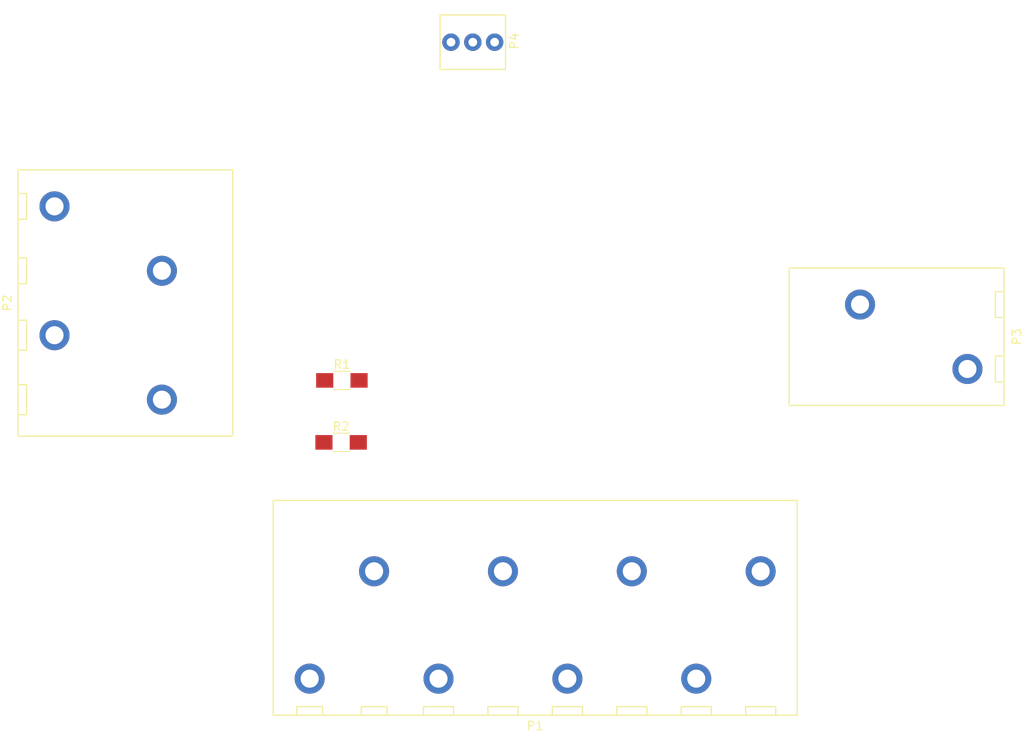
<source format=kicad_pcb>
(kicad_pcb (version 4) (host pcbnew 4.0.3-stable)

  (general
    (links 16)
    (no_connects 16)
    (area 123.804999 85.131 260.285001 141.875)
    (thickness 1.6)
    (drawings 0)
    (tracks 0)
    (zones 0)
    (modules 6)
    (nets 6)
  )

  (page A4)
  (layers
    (0 F.Cu signal)
    (31 B.Cu signal)
    (32 B.Adhes user)
    (33 F.Adhes user)
    (34 B.Paste user)
    (35 F.Paste user)
    (36 B.SilkS user)
    (37 F.SilkS user)
    (38 B.Mask user)
    (39 F.Mask user)
    (40 Dwgs.User user)
    (41 Cmts.User user)
    (42 Eco1.User user)
    (43 Eco2.User user)
    (44 Edge.Cuts user)
    (45 Margin user)
    (46 B.CrtYd user)
    (47 F.CrtYd user)
    (48 B.Fab user)
    (49 F.Fab user)
  )

  (setup
    (last_trace_width 0.25)
    (trace_clearance 0.2)
    (zone_clearance 0.508)
    (zone_45_only no)
    (trace_min 0.2)
    (segment_width 0.2)
    (edge_width 0.15)
    (via_size 0.6)
    (via_drill 0.4)
    (via_min_size 0.4)
    (via_min_drill 0.3)
    (uvia_size 0.3)
    (uvia_drill 0.1)
    (uvias_allowed no)
    (uvia_min_size 0.2)
    (uvia_min_drill 0.1)
    (pcb_text_width 0.3)
    (pcb_text_size 1.5 1.5)
    (mod_edge_width 0.15)
    (mod_text_size 1 1)
    (mod_text_width 0.15)
    (pad_size 1.524 1.524)
    (pad_drill 0.762)
    (pad_to_mask_clearance 0.2)
    (aux_axis_origin 0 0)
    (visible_elements FFFFFF7F)
    (pcbplotparams
      (layerselection 0x00030_80000001)
      (usegerberextensions false)
      (excludeedgelayer true)
      (linewidth 0.100000)
      (plotframeref false)
      (viasonmask false)
      (mode 1)
      (useauxorigin false)
      (hpglpennumber 1)
      (hpglpenspeed 20)
      (hpglpendiameter 15)
      (hpglpenoverlay 2)
      (psnegative false)
      (psa4output false)
      (plotreference true)
      (plotvalue true)
      (plotinvisibletext false)
      (padsonsilk false)
      (subtractmaskfromsilk false)
      (outputformat 1)
      (mirror false)
      (drillshape 1)
      (scaleselection 1)
      (outputdirectory ""))
  )

  (net 0 "")
  (net 1 +12V)
  (net 2 "Net-(D1-Pad2)")
  (net 3 +5V)
  (net 4 "Net-(D2-Pad2)")
  (net 5 GND)

  (net_class Default "This is the default net class."
    (clearance 0.2)
    (trace_width 0.25)
    (via_dia 0.6)
    (via_drill 0.4)
    (uvia_dia 0.3)
    (uvia_drill 0.1)
    (add_net +12V)
    (add_net +5V)
    (add_net GND)
    (add_net "Net-(D1-Pad2)")
    (add_net "Net-(D2-Pad2)")
  )

  (module Resistors_SMD:R_1206_HandSoldering (layer F.Cu) (tedit 58AADA36) (tstamp 58BB44C4)
    (at 148.59 97.79)
    (descr "Resistor SMD 1206, hand soldering")
    (tags "resistor 1206")
    (path /58BB4B65)
    (attr smd)
    (fp_text reference R1 (at 0 -1.85) (layer F.SilkS)
      (effects (font (size 1 1) (thickness 0.15)))
    )
    (fp_text value R (at 0 1.9) (layer F.Fab)
      (effects (font (size 1 1) (thickness 0.15)))
    )
    (fp_text user %R (at 0 -1.85) (layer F.Fab)
      (effects (font (size 1 1) (thickness 0.15)))
    )
    (fp_line (start -1.6 0.8) (end -1.6 -0.8) (layer F.Fab) (width 0.1))
    (fp_line (start 1.6 0.8) (end -1.6 0.8) (layer F.Fab) (width 0.1))
    (fp_line (start 1.6 -0.8) (end 1.6 0.8) (layer F.Fab) (width 0.1))
    (fp_line (start -1.6 -0.8) (end 1.6 -0.8) (layer F.Fab) (width 0.1))
    (fp_line (start 1 1.07) (end -1 1.07) (layer F.SilkS) (width 0.12))
    (fp_line (start -1 -1.07) (end 1 -1.07) (layer F.SilkS) (width 0.12))
    (fp_line (start -3.25 -1.11) (end 3.25 -1.11) (layer F.CrtYd) (width 0.05))
    (fp_line (start -3.25 -1.11) (end -3.25 1.1) (layer F.CrtYd) (width 0.05))
    (fp_line (start 3.25 1.1) (end 3.25 -1.11) (layer F.CrtYd) (width 0.05))
    (fp_line (start 3.25 1.1) (end -3.25 1.1) (layer F.CrtYd) (width 0.05))
    (pad 1 smd rect (at -2 0) (size 2 1.7) (layers F.Cu F.Paste F.Mask)
      (net 1 +12V))
    (pad 2 smd rect (at 2 0) (size 2 1.7) (layers F.Cu F.Paste F.Mask)
      (net 2 "Net-(D1-Pad2)"))
    (model Resistors_SMD.3dshapes/R_1206.wrl
      (at (xyz 0 0 0))
      (scale (xyz 1 1 1))
      (rotate (xyz 0 0 0))
    )
  )

  (module Resistors_SMD:R_1206_HandSoldering (layer F.Cu) (tedit 58AADA36) (tstamp 58BB44CA)
    (at 148.5011 105.0036)
    (descr "Resistor SMD 1206, hand soldering")
    (tags "resistor 1206")
    (path /58BB65EB)
    (attr smd)
    (fp_text reference R2 (at 0 -1.85) (layer F.SilkS)
      (effects (font (size 1 1) (thickness 0.15)))
    )
    (fp_text value R (at 0 1.9) (layer F.Fab)
      (effects (font (size 1 1) (thickness 0.15)))
    )
    (fp_text user %R (at 0 -1.85) (layer F.Fab)
      (effects (font (size 1 1) (thickness 0.15)))
    )
    (fp_line (start -1.6 0.8) (end -1.6 -0.8) (layer F.Fab) (width 0.1))
    (fp_line (start 1.6 0.8) (end -1.6 0.8) (layer F.Fab) (width 0.1))
    (fp_line (start 1.6 -0.8) (end 1.6 0.8) (layer F.Fab) (width 0.1))
    (fp_line (start -1.6 -0.8) (end 1.6 -0.8) (layer F.Fab) (width 0.1))
    (fp_line (start 1 1.07) (end -1 1.07) (layer F.SilkS) (width 0.12))
    (fp_line (start -1 -1.07) (end 1 -1.07) (layer F.SilkS) (width 0.12))
    (fp_line (start -3.25 -1.11) (end 3.25 -1.11) (layer F.CrtYd) (width 0.05))
    (fp_line (start -3.25 -1.11) (end -3.25 1.1) (layer F.CrtYd) (width 0.05))
    (fp_line (start 3.25 1.1) (end 3.25 -1.11) (layer F.CrtYd) (width 0.05))
    (fp_line (start 3.25 1.1) (end -3.25 1.1) (layer F.CrtYd) (width 0.05))
    (pad 1 smd rect (at -2 0) (size 2 1.7) (layers F.Cu F.Paste F.Mask)
      (net 3 +5V))
    (pad 2 smd rect (at 2 0) (size 2 1.7) (layers F.Cu F.Paste F.Mask)
      (net 4 "Net-(D2-Pad2)"))
    (model Resistors_SMD.3dshapes/R_1206.wrl
      (at (xyz 0 0 0))
      (scale (xyz 1 1 1))
      (rotate (xyz 0 0 0))
    )
  )

  (module .pretty:PHOENIX_1792229 (layer F.Cu) (tedit 58BB4B23) (tstamp 58BB4BEB)
    (at 200.66 92.71 90)
    (path /58BB47E4)
    (fp_text reference P3 (at 0 26.5 90) (layer F.SilkS)
      (effects (font (size 1 1) (thickness 0.15)))
    )
    (fp_text value 5V_OUT (at 0 1.25 90) (layer F.Fab)
      (effects (font (size 1 1) (thickness 0.15)))
    )
    (fp_line (start -8 0) (end 8 0) (layer F.SilkS) (width 0.15))
    (fp_line (start 2.25 25) (end 2.25 24) (layer F.SilkS) (width 0.15))
    (fp_line (start 2.25 24) (end 5.25 24) (layer F.SilkS) (width 0.15))
    (fp_line (start 5.25 24) (end 5.25 25) (layer F.SilkS) (width 0.15))
    (fp_line (start -5.25 25) (end -5.25 24) (layer F.SilkS) (width 0.15))
    (fp_line (start -5.25 24) (end -2.25 24) (layer F.SilkS) (width 0.15))
    (fp_line (start -2.25 24) (end -2.25 25) (layer F.SilkS) (width 0.15))
    (fp_line (start -8 21) (end -8 25) (layer F.SilkS) (width 0.15))
    (fp_line (start -8 25) (end 8 25) (layer F.SilkS) (width 0.15))
    (fp_line (start 8 25) (end 8 18.25) (layer F.SilkS) (width 0.15))
    (fp_line (start 8 0) (end 8 18.25) (layer F.SilkS) (width 0.15))
    (fp_line (start -8 21) (end -8 0) (layer F.SilkS) (width 0.15))
    (pad 1 thru_hole circle (at -3.75 20.75 90) (size 3.5 3.5) (drill 2.1) (layers *.Cu *.Mask)
      (net 5 GND))
    (pad 2 thru_hole circle (at 3.75 8.25 90) (size 3.5 3.5) (drill 2.1) (layers *.Cu *.Mask)
      (net 3 +5V))
  )

  (module .pretty:PHOENIX_1792245 (layer F.Cu) (tedit 58BB4EB2) (tstamp 58BB5010)
    (at 135.89 81.28 270)
    (path /58BB3EDC)
    (fp_text reference P2 (at 7.5 26.25 270) (layer F.SilkS)
      (effects (font (size 1 1) (thickness 0.15)))
    )
    (fp_text value MAIN_PWR_IN (at 7.5 1 270) (layer F.Fab)
      (effects (font (size 1 1) (thickness 0.15)))
    )
    (fp_line (start 17 25) (end 17 24) (layer F.SilkS) (width 0.15))
    (fp_line (start 17 24) (end 20.5 24) (layer F.SilkS) (width 0.15))
    (fp_line (start 20.5 24) (end 20.5 25) (layer F.SilkS) (width 0.15))
    (fp_line (start 9.5 25) (end 9.5 24) (layer F.SilkS) (width 0.15))
    (fp_line (start 9.5 24) (end 13 24) (layer F.SilkS) (width 0.15))
    (fp_line (start 13 24) (end 13 25) (layer F.SilkS) (width 0.15))
    (fp_line (start 8 0) (end 23 0) (layer F.SilkS) (width 0.15))
    (fp_line (start 23 0) (end 23 25) (layer F.SilkS) (width 0.15))
    (fp_line (start 23 25) (end 8 25) (layer F.SilkS) (width 0.15))
    (fp_line (start -8 0) (end 8 0) (layer F.SilkS) (width 0.15))
    (fp_line (start 2.25 25) (end 2.25 24) (layer F.SilkS) (width 0.15))
    (fp_line (start 2.25 24) (end 5.25 24) (layer F.SilkS) (width 0.15))
    (fp_line (start 5.25 24) (end 5.25 25) (layer F.SilkS) (width 0.15))
    (fp_line (start -5.25 25) (end -5.25 24) (layer F.SilkS) (width 0.15))
    (fp_line (start -5.25 24) (end -2.25 24) (layer F.SilkS) (width 0.15))
    (fp_line (start -2.25 24) (end -2.25 25) (layer F.SilkS) (width 0.15))
    (fp_line (start -8 21) (end -8 25) (layer F.SilkS) (width 0.15))
    (fp_line (start -8 25) (end 8 25) (layer F.SilkS) (width 0.15))
    (fp_line (start -8 21) (end -8 0) (layer F.SilkS) (width 0.15))
    (pad 1 thru_hole circle (at -3.75 20.75 270) (size 3.5 3.5) (drill 2.1) (layers *.Cu *.Mask)
      (net 1 +12V))
    (pad 2 thru_hole circle (at 3.75 8.25 270) (size 3.5 3.5) (drill 2.1) (layers *.Cu *.Mask)
      (net 1 +12V))
    (pad 3 thru_hole circle (at 11.25 20.75 270) (size 3.5 3.5) (drill 2.1) (layers *.Cu *.Mask)
      (net 5 GND))
    (pad 4 thru_hole circle (at 18.75 8.25 270) (size 3.5 3.5) (drill 2.1) (layers *.Cu *.Mask)
      (net 5 GND))
  )

  (module .pretty:PHOENIX_1792287 (layer F.Cu) (tedit 58BB5069) (tstamp 58BB5456)
    (at 148.59 111.76)
    (path /58BB42CC)
    (fp_text reference P1 (at 22.5 26.25) (layer F.SilkS)
      (effects (font (size 1 1) (thickness 0.15)))
    )
    (fp_text value MOTOR_PWR_OUT (at 22.5 1.25) (layer F.Fab)
      (effects (font (size 1 1) (thickness 0.15)))
    )
    (fp_line (start 47 25) (end 47 24) (layer F.SilkS) (width 0.15))
    (fp_line (start 47 24) (end 50.5 24) (layer F.SilkS) (width 0.15))
    (fp_line (start 50.5 24) (end 50.5 25) (layer F.SilkS) (width 0.15))
    (fp_line (start 39.5 25) (end 39.5 24) (layer F.SilkS) (width 0.15))
    (fp_line (start 39.5 24) (end 43 24) (layer F.SilkS) (width 0.15))
    (fp_line (start 43 24) (end 43 25) (layer F.SilkS) (width 0.15))
    (fp_line (start 32 25) (end 32 24) (layer F.SilkS) (width 0.15))
    (fp_line (start 32 24) (end 35.5 24) (layer F.SilkS) (width 0.15))
    (fp_line (start 35.5 24) (end 35.5 25) (layer F.SilkS) (width 0.15))
    (fp_line (start 24.5 25) (end 24.5 24) (layer F.SilkS) (width 0.15))
    (fp_line (start 24.5 24) (end 28 24) (layer F.SilkS) (width 0.15))
    (fp_line (start 28 24) (end 28 25) (layer F.SilkS) (width 0.15))
    (fp_line (start 23 0) (end 53 0) (layer F.SilkS) (width 0.15))
    (fp_line (start 53 25) (end 23 25) (layer F.SilkS) (width 0.15))
    (fp_line (start 53 0) (end 53 25) (layer F.SilkS) (width 0.15))
    (fp_line (start 17 25) (end 17 24) (layer F.SilkS) (width 0.15))
    (fp_line (start 17 24) (end 20.5 24) (layer F.SilkS) (width 0.15))
    (fp_line (start 20.5 24) (end 20.5 25) (layer F.SilkS) (width 0.15))
    (fp_line (start 9.5 25) (end 9.5 24) (layer F.SilkS) (width 0.15))
    (fp_line (start 9.5 24) (end 13 24) (layer F.SilkS) (width 0.15))
    (fp_line (start 13 24) (end 13 25) (layer F.SilkS) (width 0.15))
    (fp_line (start 8 0) (end 23 0) (layer F.SilkS) (width 0.15))
    (fp_line (start 23 25) (end 8 25) (layer F.SilkS) (width 0.15))
    (fp_line (start -8 0) (end 8 0) (layer F.SilkS) (width 0.15))
    (fp_line (start 2.25 25) (end 2.25 24) (layer F.SilkS) (width 0.15))
    (fp_line (start 2.25 24) (end 5.25 24) (layer F.SilkS) (width 0.15))
    (fp_line (start 5.25 24) (end 5.25 25) (layer F.SilkS) (width 0.15))
    (fp_line (start -5.25 25) (end -5.25 24) (layer F.SilkS) (width 0.15))
    (fp_line (start -5.25 24) (end -2.25 24) (layer F.SilkS) (width 0.15))
    (fp_line (start -2.25 24) (end -2.25 25) (layer F.SilkS) (width 0.15))
    (fp_line (start -8 21) (end -8 25) (layer F.SilkS) (width 0.15))
    (fp_line (start -8 25) (end 8 25) (layer F.SilkS) (width 0.15))
    (fp_line (start -8 21) (end -8 0) (layer F.SilkS) (width 0.15))
    (pad 1 thru_hole circle (at -3.75 20.75) (size 3.5 3.5) (drill 2.1) (layers *.Cu *.Mask)
      (net 5 GND))
    (pad 2 thru_hole circle (at 3.75 8.25) (size 3.5 3.5) (drill 2.1) (layers *.Cu *.Mask)
      (net 1 +12V))
    (pad 3 thru_hole circle (at 11.25 20.75) (size 3.5 3.5) (drill 2.1) (layers *.Cu *.Mask)
      (net 5 GND))
    (pad 4 thru_hole circle (at 18.75 8.25) (size 3.5 3.5) (drill 2.1) (layers *.Cu *.Mask)
      (net 1 +12V))
    (pad 5 thru_hole circle (at 26.25 20.75) (size 3.5 3.5) (drill 2.1) (layers *.Cu *.Mask)
      (net 5 GND))
    (pad 6 thru_hole circle (at 33.75 8.25) (size 3.5 3.5) (drill 2.1) (layers *.Cu *.Mask)
      (net 1 +12V))
    (pad 7 thru_hole circle (at 41.25 20.75) (size 3.5 3.5) (drill 2.1) (layers *.Cu *.Mask)
      (net 5 GND))
    (pad 8 thru_hole circle (at 48.75 8.25) (size 3.5 3.5) (drill 2.1) (layers *.Cu *.Mask)
      (net 1 +12V))
  )

  (module .pretty:MOLEX_0022232031 (layer F.Cu) (tedit 58BB56E0) (tstamp 58BB5793)
    (at 163.83 58.42)
    (path /58BB409D)
    (fp_text reference P4 (at 4.826 -0.127 90) (layer F.SilkS)
      (effects (font (size 1 1) (thickness 0.15)))
    )
    (fp_text value PWR_REG (at 0 -4.064) (layer F.Fab)
      (effects (font (size 1 1) (thickness 0.15)))
    )
    (fp_line (start 3.81 0) (end 3.81 3.175) (layer F.SilkS) (width 0.15))
    (fp_line (start 3.81 3.175) (end -3.81 3.175) (layer F.SilkS) (width 0.15))
    (fp_line (start -3.81 3.175) (end -3.81 -3.175) (layer F.SilkS) (width 0.15))
    (fp_line (start -3.81 -3.175) (end 3.81 -3.175) (layer F.SilkS) (width 0.15))
    (fp_line (start 3.81 -3.175) (end 3.81 0) (layer F.SilkS) (width 0.15))
    (pad 2 thru_hole circle (at 0 0) (size 2.032 2.032) (drill 1.016) (layers *.Cu *.Mask)
      (net 5 GND))
    (pad 1 thru_hole circle (at -2.54 0) (size 2.032 2.032) (drill 1.016) (layers *.Cu *.Mask)
      (net 1 +12V))
    (pad 3 thru_hole circle (at 2.54 0) (size 2.032 2.032) (drill 1.016) (layers *.Cu *.Mask)
      (net 3 +5V))
  )

)

</source>
